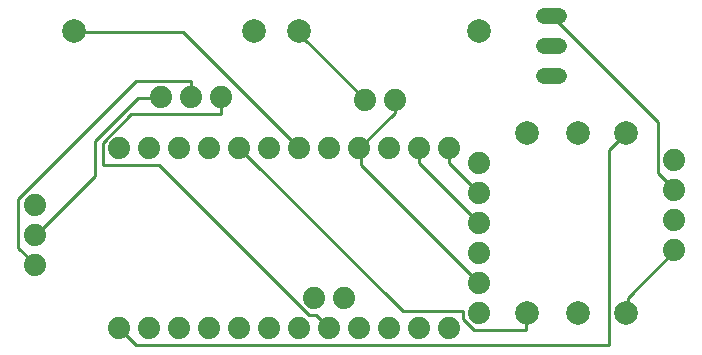
<source format=gbr>
G04 EAGLE Gerber RS-274X export*
G75*
%MOMM*%
%FSLAX34Y34*%
%LPD*%
%INTop Copper*%
%IPPOS*%
%AMOC8*
5,1,8,0,0,1.08239X$1,22.5*%
G01*
%ADD10C,1.879600*%
%ADD11C,2.000000*%
%ADD12C,1.320800*%
%ADD13C,0.254000*%


D10*
X101600Y177800D03*
X127000Y177800D03*
X152400Y177800D03*
X177800Y177800D03*
X203200Y177800D03*
X228600Y177800D03*
X254000Y177800D03*
X279400Y177800D03*
X304800Y177800D03*
X330200Y177800D03*
X355600Y177800D03*
X381000Y177800D03*
X381000Y25400D03*
X355600Y25400D03*
X330200Y25400D03*
X304800Y25400D03*
X279400Y25400D03*
X254000Y25400D03*
X228600Y25400D03*
X203200Y25400D03*
X177800Y25400D03*
X152400Y25400D03*
X127000Y25400D03*
X101600Y25400D03*
X406400Y38100D03*
X406400Y63500D03*
X406400Y88900D03*
X406400Y114300D03*
X406400Y139700D03*
X406400Y165100D03*
X187960Y220980D03*
X162560Y220980D03*
X137160Y220980D03*
X266700Y50800D03*
X292100Y50800D03*
X335280Y218440D03*
X309880Y218440D03*
X30480Y129540D03*
X30480Y104140D03*
X30480Y78740D03*
D11*
X406400Y276860D03*
X254000Y276860D03*
D12*
X460756Y289560D02*
X473964Y289560D01*
X473964Y238760D02*
X460756Y238760D01*
X460756Y264160D02*
X473964Y264160D01*
D11*
X63500Y276860D03*
X215900Y276860D03*
D10*
X571500Y167640D03*
X571500Y142240D03*
X571500Y116840D03*
X571500Y91440D03*
D11*
X447040Y38100D03*
X447040Y190500D03*
X490220Y190500D03*
X490220Y38100D03*
X530860Y190500D03*
X530860Y38100D03*
D13*
X334963Y207963D02*
X304800Y177800D01*
X334963Y207963D02*
X334963Y217488D01*
X335280Y218440D01*
X306388Y163513D02*
X406400Y63500D01*
X306388Y163513D02*
X306388Y177800D01*
X304800Y177800D01*
X30163Y79375D02*
X15875Y93663D01*
X15875Y134938D01*
X115888Y234950D01*
X161925Y234950D01*
X161925Y222250D01*
X30163Y79375D02*
X30480Y78740D01*
X162560Y220980D02*
X161925Y222250D01*
X80963Y153988D02*
X31750Y104775D01*
X80963Y153988D02*
X80963Y184150D01*
X117475Y220663D01*
X136525Y220663D01*
X31750Y104775D02*
X30480Y104140D01*
X136525Y220663D02*
X137160Y220980D01*
X468313Y288925D02*
X557213Y200025D01*
X557213Y157163D01*
X571500Y142875D01*
X468313Y288925D02*
X467360Y289560D01*
X571500Y142875D02*
X571500Y142240D01*
X406400Y114300D02*
X355600Y165100D01*
X355600Y177800D01*
X381000Y165100D02*
X406400Y139700D01*
X381000Y165100D02*
X381000Y177800D01*
X254000Y177800D02*
X155575Y276225D01*
X63500Y276225D01*
X63500Y276860D01*
X203200Y177800D02*
X341313Y39688D01*
X392113Y39688D01*
X392113Y33338D01*
X401638Y23813D01*
X446088Y23813D01*
X446088Y38100D01*
X447040Y38100D01*
X279400Y25400D02*
X268288Y36513D01*
X261938Y36513D01*
X134938Y163513D01*
X87313Y163513D01*
X87313Y182563D01*
X111125Y206375D01*
X187325Y206375D01*
X187325Y220663D01*
X187960Y220980D01*
X101600Y25400D02*
X115888Y11113D01*
X515938Y11113D01*
X515938Y176213D01*
X530225Y190500D01*
X530860Y190500D01*
X309563Y219075D02*
X254000Y274638D01*
X254000Y276860D01*
X309563Y219075D02*
X309880Y218440D01*
X531813Y50800D02*
X571500Y90488D01*
X531813Y50800D02*
X531813Y38100D01*
X571500Y90488D02*
X571500Y91440D01*
X531813Y38100D02*
X530860Y38100D01*
M02*

</source>
